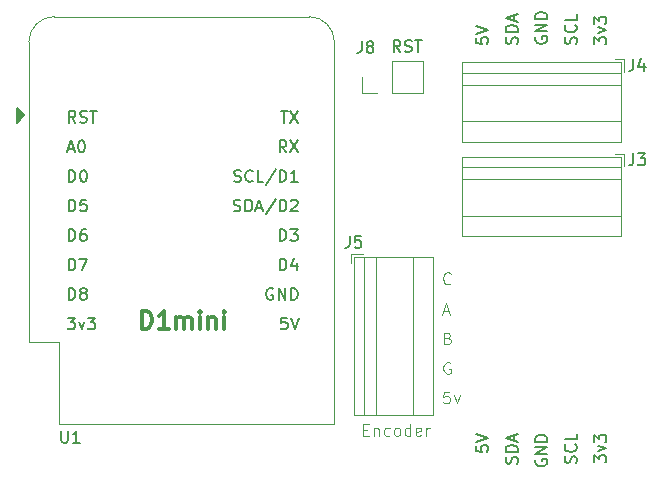
<source format=gbr>
%TF.GenerationSoftware,KiCad,Pcbnew,9.0.0*%
%TF.CreationDate,2025-04-22T12:49:47+02:00*%
%TF.ProjectId,stimawifi,7374696d-6177-4696-9669-2e6b69636164,rev?*%
%TF.SameCoordinates,Original*%
%TF.FileFunction,Legend,Top*%
%TF.FilePolarity,Positive*%
%FSLAX46Y46*%
G04 Gerber Fmt 4.6, Leading zero omitted, Abs format (unit mm)*
G04 Created by KiCad (PCBNEW 9.0.0) date 2025-04-22 12:49:47*
%MOMM*%
%LPD*%
G01*
G04 APERTURE LIST*
%ADD10C,0.200000*%
%ADD11C,0.100000*%
%ADD12C,0.300000*%
%ADD13C,0.125000*%
%ADD14C,0.150000*%
%ADD15C,0.120000*%
G04 APERTURE END LIST*
D10*
X172226816Y-71867219D02*
X172226816Y-70867219D01*
X172226816Y-70867219D02*
X172464911Y-70867219D01*
X172464911Y-70867219D02*
X172607768Y-70914838D01*
X172607768Y-70914838D02*
X172703006Y-71010076D01*
X172703006Y-71010076D02*
X172750625Y-71105314D01*
X172750625Y-71105314D02*
X172798244Y-71295790D01*
X172798244Y-71295790D02*
X172798244Y-71438647D01*
X172798244Y-71438647D02*
X172750625Y-71629123D01*
X172750625Y-71629123D02*
X172703006Y-71724361D01*
X172703006Y-71724361D02*
X172607768Y-71819600D01*
X172607768Y-71819600D02*
X172464911Y-71867219D01*
X172464911Y-71867219D02*
X172226816Y-71867219D01*
X173131578Y-70867219D02*
X173750625Y-70867219D01*
X173750625Y-70867219D02*
X173417292Y-71248171D01*
X173417292Y-71248171D02*
X173560149Y-71248171D01*
X173560149Y-71248171D02*
X173655387Y-71295790D01*
X173655387Y-71295790D02*
X173703006Y-71343409D01*
X173703006Y-71343409D02*
X173750625Y-71438647D01*
X173750625Y-71438647D02*
X173750625Y-71676742D01*
X173750625Y-71676742D02*
X173703006Y-71771980D01*
X173703006Y-71771980D02*
X173655387Y-71819600D01*
X173655387Y-71819600D02*
X173560149Y-71867219D01*
X173560149Y-71867219D02*
X173274435Y-71867219D01*
X173274435Y-71867219D02*
X173179197Y-71819600D01*
X173179197Y-71819600D02*
X173131578Y-71771980D01*
X193914838Y-90392231D02*
X193867219Y-90487469D01*
X193867219Y-90487469D02*
X193867219Y-90630326D01*
X193867219Y-90630326D02*
X193914838Y-90773183D01*
X193914838Y-90773183D02*
X194010076Y-90868421D01*
X194010076Y-90868421D02*
X194105314Y-90916040D01*
X194105314Y-90916040D02*
X194295790Y-90963659D01*
X194295790Y-90963659D02*
X194438647Y-90963659D01*
X194438647Y-90963659D02*
X194629123Y-90916040D01*
X194629123Y-90916040D02*
X194724361Y-90868421D01*
X194724361Y-90868421D02*
X194819600Y-90773183D01*
X194819600Y-90773183D02*
X194867219Y-90630326D01*
X194867219Y-90630326D02*
X194867219Y-90535088D01*
X194867219Y-90535088D02*
X194819600Y-90392231D01*
X194819600Y-90392231D02*
X194771980Y-90344612D01*
X194771980Y-90344612D02*
X194438647Y-90344612D01*
X194438647Y-90344612D02*
X194438647Y-90535088D01*
X194867219Y-89916040D02*
X193867219Y-89916040D01*
X193867219Y-89916040D02*
X194867219Y-89344612D01*
X194867219Y-89344612D02*
X193867219Y-89344612D01*
X194867219Y-88868421D02*
X193867219Y-88868421D01*
X193867219Y-88868421D02*
X193867219Y-88630326D01*
X193867219Y-88630326D02*
X193914838Y-88487469D01*
X193914838Y-88487469D02*
X194010076Y-88392231D01*
X194010076Y-88392231D02*
X194105314Y-88344612D01*
X194105314Y-88344612D02*
X194295790Y-88296993D01*
X194295790Y-88296993D02*
X194438647Y-88296993D01*
X194438647Y-88296993D02*
X194629123Y-88344612D01*
X194629123Y-88344612D02*
X194724361Y-88392231D01*
X194724361Y-88392231D02*
X194819600Y-88487469D01*
X194819600Y-88487469D02*
X194867219Y-88630326D01*
X194867219Y-88630326D02*
X194867219Y-88868421D01*
X193914838Y-54606517D02*
X193867219Y-54701755D01*
X193867219Y-54701755D02*
X193867219Y-54844612D01*
X193867219Y-54844612D02*
X193914838Y-54987469D01*
X193914838Y-54987469D02*
X194010076Y-55082707D01*
X194010076Y-55082707D02*
X194105314Y-55130326D01*
X194105314Y-55130326D02*
X194295790Y-55177945D01*
X194295790Y-55177945D02*
X194438647Y-55177945D01*
X194438647Y-55177945D02*
X194629123Y-55130326D01*
X194629123Y-55130326D02*
X194724361Y-55082707D01*
X194724361Y-55082707D02*
X194819600Y-54987469D01*
X194819600Y-54987469D02*
X194867219Y-54844612D01*
X194867219Y-54844612D02*
X194867219Y-54749374D01*
X194867219Y-54749374D02*
X194819600Y-54606517D01*
X194819600Y-54606517D02*
X194771980Y-54558898D01*
X194771980Y-54558898D02*
X194438647Y-54558898D01*
X194438647Y-54558898D02*
X194438647Y-54749374D01*
X194867219Y-54130326D02*
X193867219Y-54130326D01*
X193867219Y-54130326D02*
X194867219Y-53558898D01*
X194867219Y-53558898D02*
X193867219Y-53558898D01*
X194867219Y-53082707D02*
X193867219Y-53082707D01*
X193867219Y-53082707D02*
X193867219Y-52844612D01*
X193867219Y-52844612D02*
X193914838Y-52701755D01*
X193914838Y-52701755D02*
X194010076Y-52606517D01*
X194010076Y-52606517D02*
X194105314Y-52558898D01*
X194105314Y-52558898D02*
X194295790Y-52511279D01*
X194295790Y-52511279D02*
X194438647Y-52511279D01*
X194438647Y-52511279D02*
X194629123Y-52558898D01*
X194629123Y-52558898D02*
X194724361Y-52606517D01*
X194724361Y-52606517D02*
X194819600Y-52701755D01*
X194819600Y-52701755D02*
X194867219Y-52844612D01*
X194867219Y-52844612D02*
X194867219Y-53082707D01*
X154369673Y-69367219D02*
X154369673Y-68367219D01*
X154369673Y-68367219D02*
X154607768Y-68367219D01*
X154607768Y-68367219D02*
X154750625Y-68414838D01*
X154750625Y-68414838D02*
X154845863Y-68510076D01*
X154845863Y-68510076D02*
X154893482Y-68605314D01*
X154893482Y-68605314D02*
X154941101Y-68795790D01*
X154941101Y-68795790D02*
X154941101Y-68938647D01*
X154941101Y-68938647D02*
X154893482Y-69129123D01*
X154893482Y-69129123D02*
X154845863Y-69224361D01*
X154845863Y-69224361D02*
X154750625Y-69319600D01*
X154750625Y-69319600D02*
X154607768Y-69367219D01*
X154607768Y-69367219D02*
X154369673Y-69367219D01*
X155845863Y-68367219D02*
X155369673Y-68367219D01*
X155369673Y-68367219D02*
X155322054Y-68843409D01*
X155322054Y-68843409D02*
X155369673Y-68795790D01*
X155369673Y-68795790D02*
X155464911Y-68748171D01*
X155464911Y-68748171D02*
X155703006Y-68748171D01*
X155703006Y-68748171D02*
X155798244Y-68795790D01*
X155798244Y-68795790D02*
X155845863Y-68843409D01*
X155845863Y-68843409D02*
X155893482Y-68938647D01*
X155893482Y-68938647D02*
X155893482Y-69176742D01*
X155893482Y-69176742D02*
X155845863Y-69271980D01*
X155845863Y-69271980D02*
X155798244Y-69319600D01*
X155798244Y-69319600D02*
X155703006Y-69367219D01*
X155703006Y-69367219D02*
X155464911Y-69367219D01*
X155464911Y-69367219D02*
X155369673Y-69319600D01*
X155369673Y-69319600D02*
X155322054Y-69271980D01*
X154369673Y-66867219D02*
X154369673Y-65867219D01*
X154369673Y-65867219D02*
X154607768Y-65867219D01*
X154607768Y-65867219D02*
X154750625Y-65914838D01*
X154750625Y-65914838D02*
X154845863Y-66010076D01*
X154845863Y-66010076D02*
X154893482Y-66105314D01*
X154893482Y-66105314D02*
X154941101Y-66295790D01*
X154941101Y-66295790D02*
X154941101Y-66438647D01*
X154941101Y-66438647D02*
X154893482Y-66629123D01*
X154893482Y-66629123D02*
X154845863Y-66724361D01*
X154845863Y-66724361D02*
X154750625Y-66819600D01*
X154750625Y-66819600D02*
X154607768Y-66867219D01*
X154607768Y-66867219D02*
X154369673Y-66867219D01*
X155560149Y-65867219D02*
X155655387Y-65867219D01*
X155655387Y-65867219D02*
X155750625Y-65914838D01*
X155750625Y-65914838D02*
X155798244Y-65962457D01*
X155798244Y-65962457D02*
X155845863Y-66057695D01*
X155845863Y-66057695D02*
X155893482Y-66248171D01*
X155893482Y-66248171D02*
X155893482Y-66486266D01*
X155893482Y-66486266D02*
X155845863Y-66676742D01*
X155845863Y-66676742D02*
X155798244Y-66771980D01*
X155798244Y-66771980D02*
X155750625Y-66819600D01*
X155750625Y-66819600D02*
X155655387Y-66867219D01*
X155655387Y-66867219D02*
X155560149Y-66867219D01*
X155560149Y-66867219D02*
X155464911Y-66819600D01*
X155464911Y-66819600D02*
X155417292Y-66771980D01*
X155417292Y-66771980D02*
X155369673Y-66676742D01*
X155369673Y-66676742D02*
X155322054Y-66486266D01*
X155322054Y-66486266D02*
X155322054Y-66248171D01*
X155322054Y-66248171D02*
X155369673Y-66057695D01*
X155369673Y-66057695D02*
X155417292Y-65962457D01*
X155417292Y-65962457D02*
X155464911Y-65914838D01*
X155464911Y-65914838D02*
X155560149Y-65867219D01*
D11*
X186080218Y-77841680D02*
X186556408Y-77841680D01*
X185984980Y-78127395D02*
X186318313Y-77127395D01*
X186318313Y-77127395D02*
X186651646Y-78127395D01*
X179303884Y-87848609D02*
X179637217Y-87848609D01*
X179780074Y-88372419D02*
X179303884Y-88372419D01*
X179303884Y-88372419D02*
X179303884Y-87372419D01*
X179303884Y-87372419D02*
X179780074Y-87372419D01*
X180208646Y-87705752D02*
X180208646Y-88372419D01*
X180208646Y-87800990D02*
X180256265Y-87753371D01*
X180256265Y-87753371D02*
X180351503Y-87705752D01*
X180351503Y-87705752D02*
X180494360Y-87705752D01*
X180494360Y-87705752D02*
X180589598Y-87753371D01*
X180589598Y-87753371D02*
X180637217Y-87848609D01*
X180637217Y-87848609D02*
X180637217Y-88372419D01*
X181541979Y-88324800D02*
X181446741Y-88372419D01*
X181446741Y-88372419D02*
X181256265Y-88372419D01*
X181256265Y-88372419D02*
X181161027Y-88324800D01*
X181161027Y-88324800D02*
X181113408Y-88277180D01*
X181113408Y-88277180D02*
X181065789Y-88181942D01*
X181065789Y-88181942D02*
X181065789Y-87896228D01*
X181065789Y-87896228D02*
X181113408Y-87800990D01*
X181113408Y-87800990D02*
X181161027Y-87753371D01*
X181161027Y-87753371D02*
X181256265Y-87705752D01*
X181256265Y-87705752D02*
X181446741Y-87705752D01*
X181446741Y-87705752D02*
X181541979Y-87753371D01*
X182113408Y-88372419D02*
X182018170Y-88324800D01*
X182018170Y-88324800D02*
X181970551Y-88277180D01*
X181970551Y-88277180D02*
X181922932Y-88181942D01*
X181922932Y-88181942D02*
X181922932Y-87896228D01*
X181922932Y-87896228D02*
X181970551Y-87800990D01*
X181970551Y-87800990D02*
X182018170Y-87753371D01*
X182018170Y-87753371D02*
X182113408Y-87705752D01*
X182113408Y-87705752D02*
X182256265Y-87705752D01*
X182256265Y-87705752D02*
X182351503Y-87753371D01*
X182351503Y-87753371D02*
X182399122Y-87800990D01*
X182399122Y-87800990D02*
X182446741Y-87896228D01*
X182446741Y-87896228D02*
X182446741Y-88181942D01*
X182446741Y-88181942D02*
X182399122Y-88277180D01*
X182399122Y-88277180D02*
X182351503Y-88324800D01*
X182351503Y-88324800D02*
X182256265Y-88372419D01*
X182256265Y-88372419D02*
X182113408Y-88372419D01*
X183303884Y-88372419D02*
X183303884Y-87372419D01*
X183303884Y-88324800D02*
X183208646Y-88372419D01*
X183208646Y-88372419D02*
X183018170Y-88372419D01*
X183018170Y-88372419D02*
X182922932Y-88324800D01*
X182922932Y-88324800D02*
X182875313Y-88277180D01*
X182875313Y-88277180D02*
X182827694Y-88181942D01*
X182827694Y-88181942D02*
X182827694Y-87896228D01*
X182827694Y-87896228D02*
X182875313Y-87800990D01*
X182875313Y-87800990D02*
X182922932Y-87753371D01*
X182922932Y-87753371D02*
X183018170Y-87705752D01*
X183018170Y-87705752D02*
X183208646Y-87705752D01*
X183208646Y-87705752D02*
X183303884Y-87753371D01*
X184161027Y-88324800D02*
X184065789Y-88372419D01*
X184065789Y-88372419D02*
X183875313Y-88372419D01*
X183875313Y-88372419D02*
X183780075Y-88324800D01*
X183780075Y-88324800D02*
X183732456Y-88229561D01*
X183732456Y-88229561D02*
X183732456Y-87848609D01*
X183732456Y-87848609D02*
X183780075Y-87753371D01*
X183780075Y-87753371D02*
X183875313Y-87705752D01*
X183875313Y-87705752D02*
X184065789Y-87705752D01*
X184065789Y-87705752D02*
X184161027Y-87753371D01*
X184161027Y-87753371D02*
X184208646Y-87848609D01*
X184208646Y-87848609D02*
X184208646Y-87943847D01*
X184208646Y-87943847D02*
X183732456Y-88039085D01*
X184637218Y-88372419D02*
X184637218Y-87705752D01*
X184637218Y-87896228D02*
X184684837Y-87800990D01*
X184684837Y-87800990D02*
X184732456Y-87753371D01*
X184732456Y-87753371D02*
X184827694Y-87705752D01*
X184827694Y-87705752D02*
X184922932Y-87705752D01*
D10*
X198867219Y-90630326D02*
X198867219Y-90011279D01*
X198867219Y-90011279D02*
X199248171Y-90344612D01*
X199248171Y-90344612D02*
X199248171Y-90201755D01*
X199248171Y-90201755D02*
X199295790Y-90106517D01*
X199295790Y-90106517D02*
X199343409Y-90058898D01*
X199343409Y-90058898D02*
X199438647Y-90011279D01*
X199438647Y-90011279D02*
X199676742Y-90011279D01*
X199676742Y-90011279D02*
X199771980Y-90058898D01*
X199771980Y-90058898D02*
X199819600Y-90106517D01*
X199819600Y-90106517D02*
X199867219Y-90201755D01*
X199867219Y-90201755D02*
X199867219Y-90487469D01*
X199867219Y-90487469D02*
X199819600Y-90582707D01*
X199819600Y-90582707D02*
X199771980Y-90630326D01*
X199200552Y-89677945D02*
X199867219Y-89439850D01*
X199867219Y-89439850D02*
X199200552Y-89201755D01*
X198867219Y-88916040D02*
X198867219Y-88296993D01*
X198867219Y-88296993D02*
X199248171Y-88630326D01*
X199248171Y-88630326D02*
X199248171Y-88487469D01*
X199248171Y-88487469D02*
X199295790Y-88392231D01*
X199295790Y-88392231D02*
X199343409Y-88344612D01*
X199343409Y-88344612D02*
X199438647Y-88296993D01*
X199438647Y-88296993D02*
X199676742Y-88296993D01*
X199676742Y-88296993D02*
X199771980Y-88344612D01*
X199771980Y-88344612D02*
X199819600Y-88392231D01*
X199819600Y-88392231D02*
X199867219Y-88487469D01*
X199867219Y-88487469D02*
X199867219Y-88773183D01*
X199867219Y-88773183D02*
X199819600Y-88868421D01*
X199819600Y-88868421D02*
X199771980Y-88916040D01*
D12*
X160554510Y-79300828D02*
X160554510Y-77800828D01*
X160554510Y-77800828D02*
X160911653Y-77800828D01*
X160911653Y-77800828D02*
X161125939Y-77872257D01*
X161125939Y-77872257D02*
X161268796Y-78015114D01*
X161268796Y-78015114D02*
X161340225Y-78157971D01*
X161340225Y-78157971D02*
X161411653Y-78443685D01*
X161411653Y-78443685D02*
X161411653Y-78657971D01*
X161411653Y-78657971D02*
X161340225Y-78943685D01*
X161340225Y-78943685D02*
X161268796Y-79086542D01*
X161268796Y-79086542D02*
X161125939Y-79229400D01*
X161125939Y-79229400D02*
X160911653Y-79300828D01*
X160911653Y-79300828D02*
X160554510Y-79300828D01*
X162840225Y-79300828D02*
X161983082Y-79300828D01*
X162411653Y-79300828D02*
X162411653Y-77800828D01*
X162411653Y-77800828D02*
X162268796Y-78015114D01*
X162268796Y-78015114D02*
X162125939Y-78157971D01*
X162125939Y-78157971D02*
X161983082Y-78229400D01*
X163483081Y-79300828D02*
X163483081Y-78300828D01*
X163483081Y-78443685D02*
X163554510Y-78372257D01*
X163554510Y-78372257D02*
X163697367Y-78300828D01*
X163697367Y-78300828D02*
X163911653Y-78300828D01*
X163911653Y-78300828D02*
X164054510Y-78372257D01*
X164054510Y-78372257D02*
X164125939Y-78515114D01*
X164125939Y-78515114D02*
X164125939Y-79300828D01*
X164125939Y-78515114D02*
X164197367Y-78372257D01*
X164197367Y-78372257D02*
X164340224Y-78300828D01*
X164340224Y-78300828D02*
X164554510Y-78300828D01*
X164554510Y-78300828D02*
X164697367Y-78372257D01*
X164697367Y-78372257D02*
X164768796Y-78515114D01*
X164768796Y-78515114D02*
X164768796Y-79300828D01*
X165483081Y-79300828D02*
X165483081Y-78300828D01*
X165483081Y-77800828D02*
X165411653Y-77872257D01*
X165411653Y-77872257D02*
X165483081Y-77943685D01*
X165483081Y-77943685D02*
X165554510Y-77872257D01*
X165554510Y-77872257D02*
X165483081Y-77800828D01*
X165483081Y-77800828D02*
X165483081Y-77943685D01*
X166197367Y-78300828D02*
X166197367Y-79300828D01*
X166197367Y-78443685D02*
X166268796Y-78372257D01*
X166268796Y-78372257D02*
X166411653Y-78300828D01*
X166411653Y-78300828D02*
X166625939Y-78300828D01*
X166625939Y-78300828D02*
X166768796Y-78372257D01*
X166768796Y-78372257D02*
X166840225Y-78515114D01*
X166840225Y-78515114D02*
X166840225Y-79300828D01*
X167554510Y-79300828D02*
X167554510Y-78300828D01*
X167554510Y-77800828D02*
X167483082Y-77872257D01*
X167483082Y-77872257D02*
X167554510Y-77943685D01*
X167554510Y-77943685D02*
X167625939Y-77872257D01*
X167625939Y-77872257D02*
X167554510Y-77800828D01*
X167554510Y-77800828D02*
X167554510Y-77943685D01*
D10*
X192319600Y-90725564D02*
X192367219Y-90582707D01*
X192367219Y-90582707D02*
X192367219Y-90344612D01*
X192367219Y-90344612D02*
X192319600Y-90249374D01*
X192319600Y-90249374D02*
X192271980Y-90201755D01*
X192271980Y-90201755D02*
X192176742Y-90154136D01*
X192176742Y-90154136D02*
X192081504Y-90154136D01*
X192081504Y-90154136D02*
X191986266Y-90201755D01*
X191986266Y-90201755D02*
X191938647Y-90249374D01*
X191938647Y-90249374D02*
X191891028Y-90344612D01*
X191891028Y-90344612D02*
X191843409Y-90535088D01*
X191843409Y-90535088D02*
X191795790Y-90630326D01*
X191795790Y-90630326D02*
X191748171Y-90677945D01*
X191748171Y-90677945D02*
X191652933Y-90725564D01*
X191652933Y-90725564D02*
X191557695Y-90725564D01*
X191557695Y-90725564D02*
X191462457Y-90677945D01*
X191462457Y-90677945D02*
X191414838Y-90630326D01*
X191414838Y-90630326D02*
X191367219Y-90535088D01*
X191367219Y-90535088D02*
X191367219Y-90296993D01*
X191367219Y-90296993D02*
X191414838Y-90154136D01*
X192367219Y-89725564D02*
X191367219Y-89725564D01*
X191367219Y-89725564D02*
X191367219Y-89487469D01*
X191367219Y-89487469D02*
X191414838Y-89344612D01*
X191414838Y-89344612D02*
X191510076Y-89249374D01*
X191510076Y-89249374D02*
X191605314Y-89201755D01*
X191605314Y-89201755D02*
X191795790Y-89154136D01*
X191795790Y-89154136D02*
X191938647Y-89154136D01*
X191938647Y-89154136D02*
X192129123Y-89201755D01*
X192129123Y-89201755D02*
X192224361Y-89249374D01*
X192224361Y-89249374D02*
X192319600Y-89344612D01*
X192319600Y-89344612D02*
X192367219Y-89487469D01*
X192367219Y-89487469D02*
X192367219Y-89725564D01*
X192081504Y-88773183D02*
X192081504Y-88296993D01*
X192367219Y-88868421D02*
X191367219Y-88535088D01*
X191367219Y-88535088D02*
X192367219Y-88201755D01*
X154369673Y-76867219D02*
X154369673Y-75867219D01*
X154369673Y-75867219D02*
X154607768Y-75867219D01*
X154607768Y-75867219D02*
X154750625Y-75914838D01*
X154750625Y-75914838D02*
X154845863Y-76010076D01*
X154845863Y-76010076D02*
X154893482Y-76105314D01*
X154893482Y-76105314D02*
X154941101Y-76295790D01*
X154941101Y-76295790D02*
X154941101Y-76438647D01*
X154941101Y-76438647D02*
X154893482Y-76629123D01*
X154893482Y-76629123D02*
X154845863Y-76724361D01*
X154845863Y-76724361D02*
X154750625Y-76819600D01*
X154750625Y-76819600D02*
X154607768Y-76867219D01*
X154607768Y-76867219D02*
X154369673Y-76867219D01*
X155512530Y-76295790D02*
X155417292Y-76248171D01*
X155417292Y-76248171D02*
X155369673Y-76200552D01*
X155369673Y-76200552D02*
X155322054Y-76105314D01*
X155322054Y-76105314D02*
X155322054Y-76057695D01*
X155322054Y-76057695D02*
X155369673Y-75962457D01*
X155369673Y-75962457D02*
X155417292Y-75914838D01*
X155417292Y-75914838D02*
X155512530Y-75867219D01*
X155512530Y-75867219D02*
X155703006Y-75867219D01*
X155703006Y-75867219D02*
X155798244Y-75914838D01*
X155798244Y-75914838D02*
X155845863Y-75962457D01*
X155845863Y-75962457D02*
X155893482Y-76057695D01*
X155893482Y-76057695D02*
X155893482Y-76105314D01*
X155893482Y-76105314D02*
X155845863Y-76200552D01*
X155845863Y-76200552D02*
X155798244Y-76248171D01*
X155798244Y-76248171D02*
X155703006Y-76295790D01*
X155703006Y-76295790D02*
X155512530Y-76295790D01*
X155512530Y-76295790D02*
X155417292Y-76343409D01*
X155417292Y-76343409D02*
X155369673Y-76391028D01*
X155369673Y-76391028D02*
X155322054Y-76486266D01*
X155322054Y-76486266D02*
X155322054Y-76676742D01*
X155322054Y-76676742D02*
X155369673Y-76771980D01*
X155369673Y-76771980D02*
X155417292Y-76819600D01*
X155417292Y-76819600D02*
X155512530Y-76867219D01*
X155512530Y-76867219D02*
X155703006Y-76867219D01*
X155703006Y-76867219D02*
X155798244Y-76819600D01*
X155798244Y-76819600D02*
X155845863Y-76771980D01*
X155845863Y-76771980D02*
X155893482Y-76676742D01*
X155893482Y-76676742D02*
X155893482Y-76486266D01*
X155893482Y-76486266D02*
X155845863Y-76391028D01*
X155845863Y-76391028D02*
X155798244Y-76343409D01*
X155798244Y-76343409D02*
X155703006Y-76295790D01*
X172322054Y-60867219D02*
X172893482Y-60867219D01*
X172607768Y-61867219D02*
X172607768Y-60867219D01*
X173131578Y-60867219D02*
X173798244Y-61867219D01*
X173798244Y-60867219D02*
X173131578Y-61867219D01*
X154322054Y-64081504D02*
X154798244Y-64081504D01*
X154226816Y-64367219D02*
X154560149Y-63367219D01*
X154560149Y-63367219D02*
X154893482Y-64367219D01*
X155417292Y-63367219D02*
X155512530Y-63367219D01*
X155512530Y-63367219D02*
X155607768Y-63414838D01*
X155607768Y-63414838D02*
X155655387Y-63462457D01*
X155655387Y-63462457D02*
X155703006Y-63557695D01*
X155703006Y-63557695D02*
X155750625Y-63748171D01*
X155750625Y-63748171D02*
X155750625Y-63986266D01*
X155750625Y-63986266D02*
X155703006Y-64176742D01*
X155703006Y-64176742D02*
X155655387Y-64271980D01*
X155655387Y-64271980D02*
X155607768Y-64319600D01*
X155607768Y-64319600D02*
X155512530Y-64367219D01*
X155512530Y-64367219D02*
X155417292Y-64367219D01*
X155417292Y-64367219D02*
X155322054Y-64319600D01*
X155322054Y-64319600D02*
X155274435Y-64271980D01*
X155274435Y-64271980D02*
X155226816Y-64176742D01*
X155226816Y-64176742D02*
X155179197Y-63986266D01*
X155179197Y-63986266D02*
X155179197Y-63748171D01*
X155179197Y-63748171D02*
X155226816Y-63557695D01*
X155226816Y-63557695D02*
X155274435Y-63462457D01*
X155274435Y-63462457D02*
X155322054Y-63414838D01*
X155322054Y-63414838D02*
X155417292Y-63367219D01*
D11*
X186461170Y-80103585D02*
X186604027Y-80151204D01*
X186604027Y-80151204D02*
X186651646Y-80198823D01*
X186651646Y-80198823D02*
X186699265Y-80294061D01*
X186699265Y-80294061D02*
X186699265Y-80436918D01*
X186699265Y-80436918D02*
X186651646Y-80532156D01*
X186651646Y-80532156D02*
X186604027Y-80579776D01*
X186604027Y-80579776D02*
X186508789Y-80627395D01*
X186508789Y-80627395D02*
X186127837Y-80627395D01*
X186127837Y-80627395D02*
X186127837Y-79627395D01*
X186127837Y-79627395D02*
X186461170Y-79627395D01*
X186461170Y-79627395D02*
X186556408Y-79675014D01*
X186556408Y-79675014D02*
X186604027Y-79722633D01*
X186604027Y-79722633D02*
X186651646Y-79817871D01*
X186651646Y-79817871D02*
X186651646Y-79913109D01*
X186651646Y-79913109D02*
X186604027Y-80008347D01*
X186604027Y-80008347D02*
X186556408Y-80055966D01*
X186556408Y-80055966D02*
X186461170Y-80103585D01*
X186461170Y-80103585D02*
X186127837Y-80103585D01*
X186699265Y-75450649D02*
X186651646Y-75498269D01*
X186651646Y-75498269D02*
X186508789Y-75545888D01*
X186508789Y-75545888D02*
X186413551Y-75545888D01*
X186413551Y-75545888D02*
X186270694Y-75498269D01*
X186270694Y-75498269D02*
X186175456Y-75403030D01*
X186175456Y-75403030D02*
X186127837Y-75307792D01*
X186127837Y-75307792D02*
X186080218Y-75117316D01*
X186080218Y-75117316D02*
X186080218Y-74974459D01*
X186080218Y-74974459D02*
X186127837Y-74783983D01*
X186127837Y-74783983D02*
X186175456Y-74688745D01*
X186175456Y-74688745D02*
X186270694Y-74593507D01*
X186270694Y-74593507D02*
X186413551Y-74545888D01*
X186413551Y-74545888D02*
X186508789Y-74545888D01*
X186508789Y-74545888D02*
X186651646Y-74593507D01*
X186651646Y-74593507D02*
X186699265Y-74641126D01*
D10*
X172798244Y-64367219D02*
X172464911Y-63891028D01*
X172226816Y-64367219D02*
X172226816Y-63367219D01*
X172226816Y-63367219D02*
X172607768Y-63367219D01*
X172607768Y-63367219D02*
X172703006Y-63414838D01*
X172703006Y-63414838D02*
X172750625Y-63462457D01*
X172750625Y-63462457D02*
X172798244Y-63557695D01*
X172798244Y-63557695D02*
X172798244Y-63700552D01*
X172798244Y-63700552D02*
X172750625Y-63795790D01*
X172750625Y-63795790D02*
X172703006Y-63843409D01*
X172703006Y-63843409D02*
X172607768Y-63891028D01*
X172607768Y-63891028D02*
X172226816Y-63891028D01*
X173131578Y-63367219D02*
X173798244Y-64367219D01*
X173798244Y-63367219D02*
X173131578Y-64367219D01*
X172845863Y-78367219D02*
X172369673Y-78367219D01*
X172369673Y-78367219D02*
X172322054Y-78843409D01*
X172322054Y-78843409D02*
X172369673Y-78795790D01*
X172369673Y-78795790D02*
X172464911Y-78748171D01*
X172464911Y-78748171D02*
X172703006Y-78748171D01*
X172703006Y-78748171D02*
X172798244Y-78795790D01*
X172798244Y-78795790D02*
X172845863Y-78843409D01*
X172845863Y-78843409D02*
X172893482Y-78938647D01*
X172893482Y-78938647D02*
X172893482Y-79176742D01*
X172893482Y-79176742D02*
X172845863Y-79271980D01*
X172845863Y-79271980D02*
X172798244Y-79319600D01*
X172798244Y-79319600D02*
X172703006Y-79367219D01*
X172703006Y-79367219D02*
X172464911Y-79367219D01*
X172464911Y-79367219D02*
X172369673Y-79319600D01*
X172369673Y-79319600D02*
X172322054Y-79271980D01*
X173179197Y-78367219D02*
X173512530Y-79367219D01*
X173512530Y-79367219D02*
X173845863Y-78367219D01*
X168369673Y-66819600D02*
X168512530Y-66867219D01*
X168512530Y-66867219D02*
X168750625Y-66867219D01*
X168750625Y-66867219D02*
X168845863Y-66819600D01*
X168845863Y-66819600D02*
X168893482Y-66771980D01*
X168893482Y-66771980D02*
X168941101Y-66676742D01*
X168941101Y-66676742D02*
X168941101Y-66581504D01*
X168941101Y-66581504D02*
X168893482Y-66486266D01*
X168893482Y-66486266D02*
X168845863Y-66438647D01*
X168845863Y-66438647D02*
X168750625Y-66391028D01*
X168750625Y-66391028D02*
X168560149Y-66343409D01*
X168560149Y-66343409D02*
X168464911Y-66295790D01*
X168464911Y-66295790D02*
X168417292Y-66248171D01*
X168417292Y-66248171D02*
X168369673Y-66152933D01*
X168369673Y-66152933D02*
X168369673Y-66057695D01*
X168369673Y-66057695D02*
X168417292Y-65962457D01*
X168417292Y-65962457D02*
X168464911Y-65914838D01*
X168464911Y-65914838D02*
X168560149Y-65867219D01*
X168560149Y-65867219D02*
X168798244Y-65867219D01*
X168798244Y-65867219D02*
X168941101Y-65914838D01*
X169941101Y-66771980D02*
X169893482Y-66819600D01*
X169893482Y-66819600D02*
X169750625Y-66867219D01*
X169750625Y-66867219D02*
X169655387Y-66867219D01*
X169655387Y-66867219D02*
X169512530Y-66819600D01*
X169512530Y-66819600D02*
X169417292Y-66724361D01*
X169417292Y-66724361D02*
X169369673Y-66629123D01*
X169369673Y-66629123D02*
X169322054Y-66438647D01*
X169322054Y-66438647D02*
X169322054Y-66295790D01*
X169322054Y-66295790D02*
X169369673Y-66105314D01*
X169369673Y-66105314D02*
X169417292Y-66010076D01*
X169417292Y-66010076D02*
X169512530Y-65914838D01*
X169512530Y-65914838D02*
X169655387Y-65867219D01*
X169655387Y-65867219D02*
X169750625Y-65867219D01*
X169750625Y-65867219D02*
X169893482Y-65914838D01*
X169893482Y-65914838D02*
X169941101Y-65962457D01*
X170845863Y-66867219D02*
X170369673Y-66867219D01*
X170369673Y-66867219D02*
X170369673Y-65867219D01*
X171893482Y-65819600D02*
X171036340Y-67105314D01*
X172226816Y-66867219D02*
X172226816Y-65867219D01*
X172226816Y-65867219D02*
X172464911Y-65867219D01*
X172464911Y-65867219D02*
X172607768Y-65914838D01*
X172607768Y-65914838D02*
X172703006Y-66010076D01*
X172703006Y-66010076D02*
X172750625Y-66105314D01*
X172750625Y-66105314D02*
X172798244Y-66295790D01*
X172798244Y-66295790D02*
X172798244Y-66438647D01*
X172798244Y-66438647D02*
X172750625Y-66629123D01*
X172750625Y-66629123D02*
X172703006Y-66724361D01*
X172703006Y-66724361D02*
X172607768Y-66819600D01*
X172607768Y-66819600D02*
X172464911Y-66867219D01*
X172464911Y-66867219D02*
X172226816Y-66867219D01*
X173750625Y-66867219D02*
X173179197Y-66867219D01*
X173464911Y-66867219D02*
X173464911Y-65867219D01*
X173464911Y-65867219D02*
X173369673Y-66010076D01*
X173369673Y-66010076D02*
X173274435Y-66105314D01*
X173274435Y-66105314D02*
X173179197Y-66152933D01*
X154369673Y-71867219D02*
X154369673Y-70867219D01*
X154369673Y-70867219D02*
X154607768Y-70867219D01*
X154607768Y-70867219D02*
X154750625Y-70914838D01*
X154750625Y-70914838D02*
X154845863Y-71010076D01*
X154845863Y-71010076D02*
X154893482Y-71105314D01*
X154893482Y-71105314D02*
X154941101Y-71295790D01*
X154941101Y-71295790D02*
X154941101Y-71438647D01*
X154941101Y-71438647D02*
X154893482Y-71629123D01*
X154893482Y-71629123D02*
X154845863Y-71724361D01*
X154845863Y-71724361D02*
X154750625Y-71819600D01*
X154750625Y-71819600D02*
X154607768Y-71867219D01*
X154607768Y-71867219D02*
X154369673Y-71867219D01*
X155798244Y-70867219D02*
X155607768Y-70867219D01*
X155607768Y-70867219D02*
X155512530Y-70914838D01*
X155512530Y-70914838D02*
X155464911Y-70962457D01*
X155464911Y-70962457D02*
X155369673Y-71105314D01*
X155369673Y-71105314D02*
X155322054Y-71295790D01*
X155322054Y-71295790D02*
X155322054Y-71676742D01*
X155322054Y-71676742D02*
X155369673Y-71771980D01*
X155369673Y-71771980D02*
X155417292Y-71819600D01*
X155417292Y-71819600D02*
X155512530Y-71867219D01*
X155512530Y-71867219D02*
X155703006Y-71867219D01*
X155703006Y-71867219D02*
X155798244Y-71819600D01*
X155798244Y-71819600D02*
X155845863Y-71771980D01*
X155845863Y-71771980D02*
X155893482Y-71676742D01*
X155893482Y-71676742D02*
X155893482Y-71438647D01*
X155893482Y-71438647D02*
X155845863Y-71343409D01*
X155845863Y-71343409D02*
X155798244Y-71295790D01*
X155798244Y-71295790D02*
X155703006Y-71248171D01*
X155703006Y-71248171D02*
X155512530Y-71248171D01*
X155512530Y-71248171D02*
X155417292Y-71295790D01*
X155417292Y-71295790D02*
X155369673Y-71343409D01*
X155369673Y-71343409D02*
X155322054Y-71438647D01*
X182441101Y-55867219D02*
X182107768Y-55391028D01*
X181869673Y-55867219D02*
X181869673Y-54867219D01*
X181869673Y-54867219D02*
X182250625Y-54867219D01*
X182250625Y-54867219D02*
X182345863Y-54914838D01*
X182345863Y-54914838D02*
X182393482Y-54962457D01*
X182393482Y-54962457D02*
X182441101Y-55057695D01*
X182441101Y-55057695D02*
X182441101Y-55200552D01*
X182441101Y-55200552D02*
X182393482Y-55295790D01*
X182393482Y-55295790D02*
X182345863Y-55343409D01*
X182345863Y-55343409D02*
X182250625Y-55391028D01*
X182250625Y-55391028D02*
X181869673Y-55391028D01*
X182822054Y-55819600D02*
X182964911Y-55867219D01*
X182964911Y-55867219D02*
X183203006Y-55867219D01*
X183203006Y-55867219D02*
X183298244Y-55819600D01*
X183298244Y-55819600D02*
X183345863Y-55771980D01*
X183345863Y-55771980D02*
X183393482Y-55676742D01*
X183393482Y-55676742D02*
X183393482Y-55581504D01*
X183393482Y-55581504D02*
X183345863Y-55486266D01*
X183345863Y-55486266D02*
X183298244Y-55438647D01*
X183298244Y-55438647D02*
X183203006Y-55391028D01*
X183203006Y-55391028D02*
X183012530Y-55343409D01*
X183012530Y-55343409D02*
X182917292Y-55295790D01*
X182917292Y-55295790D02*
X182869673Y-55248171D01*
X182869673Y-55248171D02*
X182822054Y-55152933D01*
X182822054Y-55152933D02*
X182822054Y-55057695D01*
X182822054Y-55057695D02*
X182869673Y-54962457D01*
X182869673Y-54962457D02*
X182917292Y-54914838D01*
X182917292Y-54914838D02*
X183012530Y-54867219D01*
X183012530Y-54867219D02*
X183250625Y-54867219D01*
X183250625Y-54867219D02*
X183393482Y-54914838D01*
X183679197Y-54867219D02*
X184250625Y-54867219D01*
X183964911Y-55867219D02*
X183964911Y-54867219D01*
X171655387Y-75914838D02*
X171560149Y-75867219D01*
X171560149Y-75867219D02*
X171417292Y-75867219D01*
X171417292Y-75867219D02*
X171274435Y-75914838D01*
X171274435Y-75914838D02*
X171179197Y-76010076D01*
X171179197Y-76010076D02*
X171131578Y-76105314D01*
X171131578Y-76105314D02*
X171083959Y-76295790D01*
X171083959Y-76295790D02*
X171083959Y-76438647D01*
X171083959Y-76438647D02*
X171131578Y-76629123D01*
X171131578Y-76629123D02*
X171179197Y-76724361D01*
X171179197Y-76724361D02*
X171274435Y-76819600D01*
X171274435Y-76819600D02*
X171417292Y-76867219D01*
X171417292Y-76867219D02*
X171512530Y-76867219D01*
X171512530Y-76867219D02*
X171655387Y-76819600D01*
X171655387Y-76819600D02*
X171703006Y-76771980D01*
X171703006Y-76771980D02*
X171703006Y-76438647D01*
X171703006Y-76438647D02*
X171512530Y-76438647D01*
X172131578Y-76867219D02*
X172131578Y-75867219D01*
X172131578Y-75867219D02*
X172703006Y-76867219D01*
X172703006Y-76867219D02*
X172703006Y-75867219D01*
X173179197Y-76867219D02*
X173179197Y-75867219D01*
X173179197Y-75867219D02*
X173417292Y-75867219D01*
X173417292Y-75867219D02*
X173560149Y-75914838D01*
X173560149Y-75914838D02*
X173655387Y-76010076D01*
X173655387Y-76010076D02*
X173703006Y-76105314D01*
X173703006Y-76105314D02*
X173750625Y-76295790D01*
X173750625Y-76295790D02*
X173750625Y-76438647D01*
X173750625Y-76438647D02*
X173703006Y-76629123D01*
X173703006Y-76629123D02*
X173655387Y-76724361D01*
X173655387Y-76724361D02*
X173560149Y-76819600D01*
X173560149Y-76819600D02*
X173417292Y-76867219D01*
X173417292Y-76867219D02*
X173179197Y-76867219D01*
X154369673Y-74367219D02*
X154369673Y-73367219D01*
X154369673Y-73367219D02*
X154607768Y-73367219D01*
X154607768Y-73367219D02*
X154750625Y-73414838D01*
X154750625Y-73414838D02*
X154845863Y-73510076D01*
X154845863Y-73510076D02*
X154893482Y-73605314D01*
X154893482Y-73605314D02*
X154941101Y-73795790D01*
X154941101Y-73795790D02*
X154941101Y-73938647D01*
X154941101Y-73938647D02*
X154893482Y-74129123D01*
X154893482Y-74129123D02*
X154845863Y-74224361D01*
X154845863Y-74224361D02*
X154750625Y-74319600D01*
X154750625Y-74319600D02*
X154607768Y-74367219D01*
X154607768Y-74367219D02*
X154369673Y-74367219D01*
X155274435Y-73367219D02*
X155941101Y-73367219D01*
X155941101Y-73367219D02*
X155512530Y-74367219D01*
X154274435Y-78367219D02*
X154893482Y-78367219D01*
X154893482Y-78367219D02*
X154560149Y-78748171D01*
X154560149Y-78748171D02*
X154703006Y-78748171D01*
X154703006Y-78748171D02*
X154798244Y-78795790D01*
X154798244Y-78795790D02*
X154845863Y-78843409D01*
X154845863Y-78843409D02*
X154893482Y-78938647D01*
X154893482Y-78938647D02*
X154893482Y-79176742D01*
X154893482Y-79176742D02*
X154845863Y-79271980D01*
X154845863Y-79271980D02*
X154798244Y-79319600D01*
X154798244Y-79319600D02*
X154703006Y-79367219D01*
X154703006Y-79367219D02*
X154417292Y-79367219D01*
X154417292Y-79367219D02*
X154322054Y-79319600D01*
X154322054Y-79319600D02*
X154274435Y-79271980D01*
X155226816Y-78700552D02*
X155464911Y-79367219D01*
X155464911Y-79367219D02*
X155703006Y-78700552D01*
X155988721Y-78367219D02*
X156607768Y-78367219D01*
X156607768Y-78367219D02*
X156274435Y-78748171D01*
X156274435Y-78748171D02*
X156417292Y-78748171D01*
X156417292Y-78748171D02*
X156512530Y-78795790D01*
X156512530Y-78795790D02*
X156560149Y-78843409D01*
X156560149Y-78843409D02*
X156607768Y-78938647D01*
X156607768Y-78938647D02*
X156607768Y-79176742D01*
X156607768Y-79176742D02*
X156560149Y-79271980D01*
X156560149Y-79271980D02*
X156512530Y-79319600D01*
X156512530Y-79319600D02*
X156417292Y-79367219D01*
X156417292Y-79367219D02*
X156131578Y-79367219D01*
X156131578Y-79367219D02*
X156036340Y-79319600D01*
X156036340Y-79319600D02*
X155988721Y-79271980D01*
X154941101Y-61867219D02*
X154607768Y-61391028D01*
X154369673Y-61867219D02*
X154369673Y-60867219D01*
X154369673Y-60867219D02*
X154750625Y-60867219D01*
X154750625Y-60867219D02*
X154845863Y-60914838D01*
X154845863Y-60914838D02*
X154893482Y-60962457D01*
X154893482Y-60962457D02*
X154941101Y-61057695D01*
X154941101Y-61057695D02*
X154941101Y-61200552D01*
X154941101Y-61200552D02*
X154893482Y-61295790D01*
X154893482Y-61295790D02*
X154845863Y-61343409D01*
X154845863Y-61343409D02*
X154750625Y-61391028D01*
X154750625Y-61391028D02*
X154369673Y-61391028D01*
X155322054Y-61819600D02*
X155464911Y-61867219D01*
X155464911Y-61867219D02*
X155703006Y-61867219D01*
X155703006Y-61867219D02*
X155798244Y-61819600D01*
X155798244Y-61819600D02*
X155845863Y-61771980D01*
X155845863Y-61771980D02*
X155893482Y-61676742D01*
X155893482Y-61676742D02*
X155893482Y-61581504D01*
X155893482Y-61581504D02*
X155845863Y-61486266D01*
X155845863Y-61486266D02*
X155798244Y-61438647D01*
X155798244Y-61438647D02*
X155703006Y-61391028D01*
X155703006Y-61391028D02*
X155512530Y-61343409D01*
X155512530Y-61343409D02*
X155417292Y-61295790D01*
X155417292Y-61295790D02*
X155369673Y-61248171D01*
X155369673Y-61248171D02*
X155322054Y-61152933D01*
X155322054Y-61152933D02*
X155322054Y-61057695D01*
X155322054Y-61057695D02*
X155369673Y-60962457D01*
X155369673Y-60962457D02*
X155417292Y-60914838D01*
X155417292Y-60914838D02*
X155512530Y-60867219D01*
X155512530Y-60867219D02*
X155750625Y-60867219D01*
X155750625Y-60867219D02*
X155893482Y-60914838D01*
X156179197Y-60867219D02*
X156750625Y-60867219D01*
X156464911Y-61867219D02*
X156464911Y-60867219D01*
X172226816Y-74367219D02*
X172226816Y-73367219D01*
X172226816Y-73367219D02*
X172464911Y-73367219D01*
X172464911Y-73367219D02*
X172607768Y-73414838D01*
X172607768Y-73414838D02*
X172703006Y-73510076D01*
X172703006Y-73510076D02*
X172750625Y-73605314D01*
X172750625Y-73605314D02*
X172798244Y-73795790D01*
X172798244Y-73795790D02*
X172798244Y-73938647D01*
X172798244Y-73938647D02*
X172750625Y-74129123D01*
X172750625Y-74129123D02*
X172703006Y-74224361D01*
X172703006Y-74224361D02*
X172607768Y-74319600D01*
X172607768Y-74319600D02*
X172464911Y-74367219D01*
X172464911Y-74367219D02*
X172226816Y-74367219D01*
X173655387Y-73700552D02*
X173655387Y-74367219D01*
X173417292Y-73319600D02*
X173179197Y-74033885D01*
X173179197Y-74033885D02*
X173798244Y-74033885D01*
X168322054Y-69319600D02*
X168464911Y-69367219D01*
X168464911Y-69367219D02*
X168703006Y-69367219D01*
X168703006Y-69367219D02*
X168798244Y-69319600D01*
X168798244Y-69319600D02*
X168845863Y-69271980D01*
X168845863Y-69271980D02*
X168893482Y-69176742D01*
X168893482Y-69176742D02*
X168893482Y-69081504D01*
X168893482Y-69081504D02*
X168845863Y-68986266D01*
X168845863Y-68986266D02*
X168798244Y-68938647D01*
X168798244Y-68938647D02*
X168703006Y-68891028D01*
X168703006Y-68891028D02*
X168512530Y-68843409D01*
X168512530Y-68843409D02*
X168417292Y-68795790D01*
X168417292Y-68795790D02*
X168369673Y-68748171D01*
X168369673Y-68748171D02*
X168322054Y-68652933D01*
X168322054Y-68652933D02*
X168322054Y-68557695D01*
X168322054Y-68557695D02*
X168369673Y-68462457D01*
X168369673Y-68462457D02*
X168417292Y-68414838D01*
X168417292Y-68414838D02*
X168512530Y-68367219D01*
X168512530Y-68367219D02*
X168750625Y-68367219D01*
X168750625Y-68367219D02*
X168893482Y-68414838D01*
X169322054Y-69367219D02*
X169322054Y-68367219D01*
X169322054Y-68367219D02*
X169560149Y-68367219D01*
X169560149Y-68367219D02*
X169703006Y-68414838D01*
X169703006Y-68414838D02*
X169798244Y-68510076D01*
X169798244Y-68510076D02*
X169845863Y-68605314D01*
X169845863Y-68605314D02*
X169893482Y-68795790D01*
X169893482Y-68795790D02*
X169893482Y-68938647D01*
X169893482Y-68938647D02*
X169845863Y-69129123D01*
X169845863Y-69129123D02*
X169798244Y-69224361D01*
X169798244Y-69224361D02*
X169703006Y-69319600D01*
X169703006Y-69319600D02*
X169560149Y-69367219D01*
X169560149Y-69367219D02*
X169322054Y-69367219D01*
X170274435Y-69081504D02*
X170750625Y-69081504D01*
X170179197Y-69367219D02*
X170512530Y-68367219D01*
X170512530Y-68367219D02*
X170845863Y-69367219D01*
X171893482Y-68319600D02*
X171036340Y-69605314D01*
X172226816Y-69367219D02*
X172226816Y-68367219D01*
X172226816Y-68367219D02*
X172464911Y-68367219D01*
X172464911Y-68367219D02*
X172607768Y-68414838D01*
X172607768Y-68414838D02*
X172703006Y-68510076D01*
X172703006Y-68510076D02*
X172750625Y-68605314D01*
X172750625Y-68605314D02*
X172798244Y-68795790D01*
X172798244Y-68795790D02*
X172798244Y-68938647D01*
X172798244Y-68938647D02*
X172750625Y-69129123D01*
X172750625Y-69129123D02*
X172703006Y-69224361D01*
X172703006Y-69224361D02*
X172607768Y-69319600D01*
X172607768Y-69319600D02*
X172464911Y-69367219D01*
X172464911Y-69367219D02*
X172226816Y-69367219D01*
X173179197Y-68462457D02*
X173226816Y-68414838D01*
X173226816Y-68414838D02*
X173322054Y-68367219D01*
X173322054Y-68367219D02*
X173560149Y-68367219D01*
X173560149Y-68367219D02*
X173655387Y-68414838D01*
X173655387Y-68414838D02*
X173703006Y-68462457D01*
X173703006Y-68462457D02*
X173750625Y-68557695D01*
X173750625Y-68557695D02*
X173750625Y-68652933D01*
X173750625Y-68652933D02*
X173703006Y-68795790D01*
X173703006Y-68795790D02*
X173131578Y-69367219D01*
X173131578Y-69367219D02*
X173750625Y-69367219D01*
X197319600Y-90677945D02*
X197367219Y-90535088D01*
X197367219Y-90535088D02*
X197367219Y-90296993D01*
X197367219Y-90296993D02*
X197319600Y-90201755D01*
X197319600Y-90201755D02*
X197271980Y-90154136D01*
X197271980Y-90154136D02*
X197176742Y-90106517D01*
X197176742Y-90106517D02*
X197081504Y-90106517D01*
X197081504Y-90106517D02*
X196986266Y-90154136D01*
X196986266Y-90154136D02*
X196938647Y-90201755D01*
X196938647Y-90201755D02*
X196891028Y-90296993D01*
X196891028Y-90296993D02*
X196843409Y-90487469D01*
X196843409Y-90487469D02*
X196795790Y-90582707D01*
X196795790Y-90582707D02*
X196748171Y-90630326D01*
X196748171Y-90630326D02*
X196652933Y-90677945D01*
X196652933Y-90677945D02*
X196557695Y-90677945D01*
X196557695Y-90677945D02*
X196462457Y-90630326D01*
X196462457Y-90630326D02*
X196414838Y-90582707D01*
X196414838Y-90582707D02*
X196367219Y-90487469D01*
X196367219Y-90487469D02*
X196367219Y-90249374D01*
X196367219Y-90249374D02*
X196414838Y-90106517D01*
X197271980Y-89106517D02*
X197319600Y-89154136D01*
X197319600Y-89154136D02*
X197367219Y-89296993D01*
X197367219Y-89296993D02*
X197367219Y-89392231D01*
X197367219Y-89392231D02*
X197319600Y-89535088D01*
X197319600Y-89535088D02*
X197224361Y-89630326D01*
X197224361Y-89630326D02*
X197129123Y-89677945D01*
X197129123Y-89677945D02*
X196938647Y-89725564D01*
X196938647Y-89725564D02*
X196795790Y-89725564D01*
X196795790Y-89725564D02*
X196605314Y-89677945D01*
X196605314Y-89677945D02*
X196510076Y-89630326D01*
X196510076Y-89630326D02*
X196414838Y-89535088D01*
X196414838Y-89535088D02*
X196367219Y-89392231D01*
X196367219Y-89392231D02*
X196367219Y-89296993D01*
X196367219Y-89296993D02*
X196414838Y-89154136D01*
X196414838Y-89154136D02*
X196462457Y-89106517D01*
X197367219Y-88201755D02*
X197367219Y-88677945D01*
X197367219Y-88677945D02*
X196367219Y-88677945D01*
D11*
X186604027Y-84627395D02*
X186127837Y-84627395D01*
X186127837Y-84627395D02*
X186080218Y-85103585D01*
X186080218Y-85103585D02*
X186127837Y-85055966D01*
X186127837Y-85055966D02*
X186223075Y-85008347D01*
X186223075Y-85008347D02*
X186461170Y-85008347D01*
X186461170Y-85008347D02*
X186556408Y-85055966D01*
X186556408Y-85055966D02*
X186604027Y-85103585D01*
X186604027Y-85103585D02*
X186651646Y-85198823D01*
X186651646Y-85198823D02*
X186651646Y-85436918D01*
X186651646Y-85436918D02*
X186604027Y-85532156D01*
X186604027Y-85532156D02*
X186556408Y-85579776D01*
X186556408Y-85579776D02*
X186461170Y-85627395D01*
X186461170Y-85627395D02*
X186223075Y-85627395D01*
X186223075Y-85627395D02*
X186127837Y-85579776D01*
X186127837Y-85579776D02*
X186080218Y-85532156D01*
X186984980Y-84960728D02*
X187223075Y-85627395D01*
X187223075Y-85627395D02*
X187461170Y-84960728D01*
D10*
X188867219Y-54654136D02*
X188867219Y-55130326D01*
X188867219Y-55130326D02*
X189343409Y-55177945D01*
X189343409Y-55177945D02*
X189295790Y-55130326D01*
X189295790Y-55130326D02*
X189248171Y-55035088D01*
X189248171Y-55035088D02*
X189248171Y-54796993D01*
X189248171Y-54796993D02*
X189295790Y-54701755D01*
X189295790Y-54701755D02*
X189343409Y-54654136D01*
X189343409Y-54654136D02*
X189438647Y-54606517D01*
X189438647Y-54606517D02*
X189676742Y-54606517D01*
X189676742Y-54606517D02*
X189771980Y-54654136D01*
X189771980Y-54654136D02*
X189819600Y-54701755D01*
X189819600Y-54701755D02*
X189867219Y-54796993D01*
X189867219Y-54796993D02*
X189867219Y-55035088D01*
X189867219Y-55035088D02*
X189819600Y-55130326D01*
X189819600Y-55130326D02*
X189771980Y-55177945D01*
X188867219Y-54320802D02*
X189867219Y-53987469D01*
X189867219Y-53987469D02*
X188867219Y-53654136D01*
X192319600Y-55177945D02*
X192367219Y-55035088D01*
X192367219Y-55035088D02*
X192367219Y-54796993D01*
X192367219Y-54796993D02*
X192319600Y-54701755D01*
X192319600Y-54701755D02*
X192271980Y-54654136D01*
X192271980Y-54654136D02*
X192176742Y-54606517D01*
X192176742Y-54606517D02*
X192081504Y-54606517D01*
X192081504Y-54606517D02*
X191986266Y-54654136D01*
X191986266Y-54654136D02*
X191938647Y-54701755D01*
X191938647Y-54701755D02*
X191891028Y-54796993D01*
X191891028Y-54796993D02*
X191843409Y-54987469D01*
X191843409Y-54987469D02*
X191795790Y-55082707D01*
X191795790Y-55082707D02*
X191748171Y-55130326D01*
X191748171Y-55130326D02*
X191652933Y-55177945D01*
X191652933Y-55177945D02*
X191557695Y-55177945D01*
X191557695Y-55177945D02*
X191462457Y-55130326D01*
X191462457Y-55130326D02*
X191414838Y-55082707D01*
X191414838Y-55082707D02*
X191367219Y-54987469D01*
X191367219Y-54987469D02*
X191367219Y-54749374D01*
X191367219Y-54749374D02*
X191414838Y-54606517D01*
X192367219Y-54177945D02*
X191367219Y-54177945D01*
X191367219Y-54177945D02*
X191367219Y-53939850D01*
X191367219Y-53939850D02*
X191414838Y-53796993D01*
X191414838Y-53796993D02*
X191510076Y-53701755D01*
X191510076Y-53701755D02*
X191605314Y-53654136D01*
X191605314Y-53654136D02*
X191795790Y-53606517D01*
X191795790Y-53606517D02*
X191938647Y-53606517D01*
X191938647Y-53606517D02*
X192129123Y-53654136D01*
X192129123Y-53654136D02*
X192224361Y-53701755D01*
X192224361Y-53701755D02*
X192319600Y-53796993D01*
X192319600Y-53796993D02*
X192367219Y-53939850D01*
X192367219Y-53939850D02*
X192367219Y-54177945D01*
X192081504Y-53225564D02*
X192081504Y-52749374D01*
X192367219Y-53320802D02*
X191367219Y-52987469D01*
X191367219Y-52987469D02*
X192367219Y-52654136D01*
X197319600Y-55177945D02*
X197367219Y-55035088D01*
X197367219Y-55035088D02*
X197367219Y-54796993D01*
X197367219Y-54796993D02*
X197319600Y-54701755D01*
X197319600Y-54701755D02*
X197271980Y-54654136D01*
X197271980Y-54654136D02*
X197176742Y-54606517D01*
X197176742Y-54606517D02*
X197081504Y-54606517D01*
X197081504Y-54606517D02*
X196986266Y-54654136D01*
X196986266Y-54654136D02*
X196938647Y-54701755D01*
X196938647Y-54701755D02*
X196891028Y-54796993D01*
X196891028Y-54796993D02*
X196843409Y-54987469D01*
X196843409Y-54987469D02*
X196795790Y-55082707D01*
X196795790Y-55082707D02*
X196748171Y-55130326D01*
X196748171Y-55130326D02*
X196652933Y-55177945D01*
X196652933Y-55177945D02*
X196557695Y-55177945D01*
X196557695Y-55177945D02*
X196462457Y-55130326D01*
X196462457Y-55130326D02*
X196414838Y-55082707D01*
X196414838Y-55082707D02*
X196367219Y-54987469D01*
X196367219Y-54987469D02*
X196367219Y-54749374D01*
X196367219Y-54749374D02*
X196414838Y-54606517D01*
X197271980Y-53606517D02*
X197319600Y-53654136D01*
X197319600Y-53654136D02*
X197367219Y-53796993D01*
X197367219Y-53796993D02*
X197367219Y-53892231D01*
X197367219Y-53892231D02*
X197319600Y-54035088D01*
X197319600Y-54035088D02*
X197224361Y-54130326D01*
X197224361Y-54130326D02*
X197129123Y-54177945D01*
X197129123Y-54177945D02*
X196938647Y-54225564D01*
X196938647Y-54225564D02*
X196795790Y-54225564D01*
X196795790Y-54225564D02*
X196605314Y-54177945D01*
X196605314Y-54177945D02*
X196510076Y-54130326D01*
X196510076Y-54130326D02*
X196414838Y-54035088D01*
X196414838Y-54035088D02*
X196367219Y-53892231D01*
X196367219Y-53892231D02*
X196367219Y-53796993D01*
X196367219Y-53796993D02*
X196414838Y-53654136D01*
X196414838Y-53654136D02*
X196462457Y-53606517D01*
X197367219Y-52701755D02*
X197367219Y-53177945D01*
X197367219Y-53177945D02*
X196367219Y-53177945D01*
X198867219Y-55225564D02*
X198867219Y-54606517D01*
X198867219Y-54606517D02*
X199248171Y-54939850D01*
X199248171Y-54939850D02*
X199248171Y-54796993D01*
X199248171Y-54796993D02*
X199295790Y-54701755D01*
X199295790Y-54701755D02*
X199343409Y-54654136D01*
X199343409Y-54654136D02*
X199438647Y-54606517D01*
X199438647Y-54606517D02*
X199676742Y-54606517D01*
X199676742Y-54606517D02*
X199771980Y-54654136D01*
X199771980Y-54654136D02*
X199819600Y-54701755D01*
X199819600Y-54701755D02*
X199867219Y-54796993D01*
X199867219Y-54796993D02*
X199867219Y-55082707D01*
X199867219Y-55082707D02*
X199819600Y-55177945D01*
X199819600Y-55177945D02*
X199771980Y-55225564D01*
X199200552Y-54273183D02*
X199867219Y-54035088D01*
X199867219Y-54035088D02*
X199200552Y-53796993D01*
X198867219Y-53511278D02*
X198867219Y-52892231D01*
X198867219Y-52892231D02*
X199248171Y-53225564D01*
X199248171Y-53225564D02*
X199248171Y-53082707D01*
X199248171Y-53082707D02*
X199295790Y-52987469D01*
X199295790Y-52987469D02*
X199343409Y-52939850D01*
X199343409Y-52939850D02*
X199438647Y-52892231D01*
X199438647Y-52892231D02*
X199676742Y-52892231D01*
X199676742Y-52892231D02*
X199771980Y-52939850D01*
X199771980Y-52939850D02*
X199819600Y-52987469D01*
X199819600Y-52987469D02*
X199867219Y-53082707D01*
X199867219Y-53082707D02*
X199867219Y-53368421D01*
X199867219Y-53368421D02*
X199819600Y-53463659D01*
X199819600Y-53463659D02*
X199771980Y-53511278D01*
X188867219Y-89201755D02*
X188867219Y-89677945D01*
X188867219Y-89677945D02*
X189343409Y-89725564D01*
X189343409Y-89725564D02*
X189295790Y-89677945D01*
X189295790Y-89677945D02*
X189248171Y-89582707D01*
X189248171Y-89582707D02*
X189248171Y-89344612D01*
X189248171Y-89344612D02*
X189295790Y-89249374D01*
X189295790Y-89249374D02*
X189343409Y-89201755D01*
X189343409Y-89201755D02*
X189438647Y-89154136D01*
X189438647Y-89154136D02*
X189676742Y-89154136D01*
X189676742Y-89154136D02*
X189771980Y-89201755D01*
X189771980Y-89201755D02*
X189819600Y-89249374D01*
X189819600Y-89249374D02*
X189867219Y-89344612D01*
X189867219Y-89344612D02*
X189867219Y-89582707D01*
X189867219Y-89582707D02*
X189819600Y-89677945D01*
X189819600Y-89677945D02*
X189771980Y-89725564D01*
X188867219Y-88868421D02*
X189867219Y-88535088D01*
X189867219Y-88535088D02*
X188867219Y-88201755D01*
D13*
X186668093Y-82173714D02*
X186572855Y-82126095D01*
X186572855Y-82126095D02*
X186429998Y-82126095D01*
X186429998Y-82126095D02*
X186287141Y-82173714D01*
X186287141Y-82173714D02*
X186191903Y-82268952D01*
X186191903Y-82268952D02*
X186144284Y-82364190D01*
X186144284Y-82364190D02*
X186096665Y-82554666D01*
X186096665Y-82554666D02*
X186096665Y-82697523D01*
X186096665Y-82697523D02*
X186144284Y-82887999D01*
X186144284Y-82887999D02*
X186191903Y-82983237D01*
X186191903Y-82983237D02*
X186287141Y-83078476D01*
X186287141Y-83078476D02*
X186429998Y-83126095D01*
X186429998Y-83126095D02*
X186525236Y-83126095D01*
X186525236Y-83126095D02*
X186668093Y-83078476D01*
X186668093Y-83078476D02*
X186715712Y-83030856D01*
X186715712Y-83030856D02*
X186715712Y-82697523D01*
X186715712Y-82697523D02*
X186525236Y-82697523D01*
D14*
X178146666Y-71454819D02*
X178146666Y-72169104D01*
X178146666Y-72169104D02*
X178099047Y-72311961D01*
X178099047Y-72311961D02*
X178003809Y-72407200D01*
X178003809Y-72407200D02*
X177860952Y-72454819D01*
X177860952Y-72454819D02*
X177765714Y-72454819D01*
X179099047Y-71454819D02*
X178622857Y-71454819D01*
X178622857Y-71454819D02*
X178575238Y-71931009D01*
X178575238Y-71931009D02*
X178622857Y-71883390D01*
X178622857Y-71883390D02*
X178718095Y-71835771D01*
X178718095Y-71835771D02*
X178956190Y-71835771D01*
X178956190Y-71835771D02*
X179051428Y-71883390D01*
X179051428Y-71883390D02*
X179099047Y-71931009D01*
X179099047Y-71931009D02*
X179146666Y-72026247D01*
X179146666Y-72026247D02*
X179146666Y-72264342D01*
X179146666Y-72264342D02*
X179099047Y-72359580D01*
X179099047Y-72359580D02*
X179051428Y-72407200D01*
X179051428Y-72407200D02*
X178956190Y-72454819D01*
X178956190Y-72454819D02*
X178718095Y-72454819D01*
X178718095Y-72454819D02*
X178622857Y-72407200D01*
X178622857Y-72407200D02*
X178575238Y-72359580D01*
X153738095Y-87954819D02*
X153738095Y-88764342D01*
X153738095Y-88764342D02*
X153785714Y-88859580D01*
X153785714Y-88859580D02*
X153833333Y-88907200D01*
X153833333Y-88907200D02*
X153928571Y-88954819D01*
X153928571Y-88954819D02*
X154119047Y-88954819D01*
X154119047Y-88954819D02*
X154214285Y-88907200D01*
X154214285Y-88907200D02*
X154261904Y-88859580D01*
X154261904Y-88859580D02*
X154309523Y-88764342D01*
X154309523Y-88764342D02*
X154309523Y-87954819D01*
X155309523Y-88954819D02*
X154738095Y-88954819D01*
X155023809Y-88954819D02*
X155023809Y-87954819D01*
X155023809Y-87954819D02*
X154928571Y-88097676D01*
X154928571Y-88097676D02*
X154833333Y-88192914D01*
X154833333Y-88192914D02*
X154738095Y-88240533D01*
X202166666Y-56454819D02*
X202166666Y-57169104D01*
X202166666Y-57169104D02*
X202119047Y-57311961D01*
X202119047Y-57311961D02*
X202023809Y-57407200D01*
X202023809Y-57407200D02*
X201880952Y-57454819D01*
X201880952Y-57454819D02*
X201785714Y-57454819D01*
X203071428Y-56788152D02*
X203071428Y-57454819D01*
X202833333Y-56407200D02*
X202595238Y-57121485D01*
X202595238Y-57121485D02*
X203214285Y-57121485D01*
X179166666Y-54954819D02*
X179166666Y-55669104D01*
X179166666Y-55669104D02*
X179119047Y-55811961D01*
X179119047Y-55811961D02*
X179023809Y-55907200D01*
X179023809Y-55907200D02*
X178880952Y-55954819D01*
X178880952Y-55954819D02*
X178785714Y-55954819D01*
X179785714Y-55383390D02*
X179690476Y-55335771D01*
X179690476Y-55335771D02*
X179642857Y-55288152D01*
X179642857Y-55288152D02*
X179595238Y-55192914D01*
X179595238Y-55192914D02*
X179595238Y-55145295D01*
X179595238Y-55145295D02*
X179642857Y-55050057D01*
X179642857Y-55050057D02*
X179690476Y-55002438D01*
X179690476Y-55002438D02*
X179785714Y-54954819D01*
X179785714Y-54954819D02*
X179976190Y-54954819D01*
X179976190Y-54954819D02*
X180071428Y-55002438D01*
X180071428Y-55002438D02*
X180119047Y-55050057D01*
X180119047Y-55050057D02*
X180166666Y-55145295D01*
X180166666Y-55145295D02*
X180166666Y-55192914D01*
X180166666Y-55192914D02*
X180119047Y-55288152D01*
X180119047Y-55288152D02*
X180071428Y-55335771D01*
X180071428Y-55335771D02*
X179976190Y-55383390D01*
X179976190Y-55383390D02*
X179785714Y-55383390D01*
X179785714Y-55383390D02*
X179690476Y-55431009D01*
X179690476Y-55431009D02*
X179642857Y-55478628D01*
X179642857Y-55478628D02*
X179595238Y-55573866D01*
X179595238Y-55573866D02*
X179595238Y-55764342D01*
X179595238Y-55764342D02*
X179642857Y-55859580D01*
X179642857Y-55859580D02*
X179690476Y-55907200D01*
X179690476Y-55907200D02*
X179785714Y-55954819D01*
X179785714Y-55954819D02*
X179976190Y-55954819D01*
X179976190Y-55954819D02*
X180071428Y-55907200D01*
X180071428Y-55907200D02*
X180119047Y-55859580D01*
X180119047Y-55859580D02*
X180166666Y-55764342D01*
X180166666Y-55764342D02*
X180166666Y-55573866D01*
X180166666Y-55573866D02*
X180119047Y-55478628D01*
X180119047Y-55478628D02*
X180071428Y-55431009D01*
X180071428Y-55431009D02*
X179976190Y-55383390D01*
X202166666Y-64454819D02*
X202166666Y-65169104D01*
X202166666Y-65169104D02*
X202119047Y-65311961D01*
X202119047Y-65311961D02*
X202023809Y-65407200D01*
X202023809Y-65407200D02*
X201880952Y-65454819D01*
X201880952Y-65454819D02*
X201785714Y-65454819D01*
X202547619Y-64454819D02*
X203166666Y-64454819D01*
X203166666Y-64454819D02*
X202833333Y-64835771D01*
X202833333Y-64835771D02*
X202976190Y-64835771D01*
X202976190Y-64835771D02*
X203071428Y-64883390D01*
X203071428Y-64883390D02*
X203119047Y-64931009D01*
X203119047Y-64931009D02*
X203166666Y-65026247D01*
X203166666Y-65026247D02*
X203166666Y-65264342D01*
X203166666Y-65264342D02*
X203119047Y-65359580D01*
X203119047Y-65359580D02*
X203071428Y-65407200D01*
X203071428Y-65407200D02*
X202976190Y-65454819D01*
X202976190Y-65454819D02*
X202690476Y-65454819D01*
X202690476Y-65454819D02*
X202595238Y-65407200D01*
X202595238Y-65407200D02*
X202547619Y-65359580D01*
D15*
%TO.C,J5*%
X178240000Y-72960000D02*
X178240000Y-73760000D01*
X178480000Y-73200000D02*
X178480000Y-86640000D01*
X179280000Y-72960000D02*
X178240000Y-72960000D01*
X179400000Y-73200000D02*
X179400000Y-86640000D01*
X180400000Y-73200000D02*
X180400000Y-86640000D01*
X183501000Y-73200000D02*
X183501000Y-86640000D01*
X185220000Y-73200000D02*
X178480000Y-73200000D01*
X185220000Y-73200000D02*
X185220000Y-86640000D01*
X185220000Y-86640000D02*
X178480000Y-86640000D01*
%TO.C,U1*%
X151000000Y-80440000D02*
X151000000Y-55010000D01*
X151000000Y-80440000D02*
X153540000Y-80440000D01*
X153540000Y-80440000D02*
X153540000Y-87340000D01*
X153540000Y-87340000D02*
X176860000Y-87340000D01*
X174740000Y-52880000D02*
X153130000Y-52880000D01*
X176860000Y-87340000D02*
X176860000Y-55010000D01*
X151000000Y-55010000D02*
G75*
G02*
X153130000Y-52880000I2130002J-2D01*
G01*
X174730000Y-52880000D02*
G75*
G02*
X176860000Y-55010000I0J-2130000D01*
G01*
D14*
X150595000Y-61220000D02*
X149960000Y-61855000D01*
X149960000Y-60585000D01*
X150595000Y-61220000D01*
G36*
X150595000Y-61220000D02*
G01*
X149960000Y-61855000D01*
X149960000Y-60585000D01*
X150595000Y-61220000D01*
G37*
D15*
%TO.C,J4*%
X187700000Y-63470000D02*
X187700000Y-56730000D01*
X201140000Y-56730000D02*
X187700000Y-56730000D01*
X201140000Y-57650000D02*
X187700000Y-57650000D01*
X201140000Y-58650000D02*
X187700000Y-58650000D01*
X201140000Y-61751000D02*
X187700000Y-61751000D01*
X201140000Y-63470000D02*
X187700000Y-63470000D01*
X201140000Y-63470000D02*
X201140000Y-56730000D01*
X201380000Y-56490000D02*
X200580000Y-56490000D01*
X201380000Y-57530000D02*
X201380000Y-56490000D01*
%TO.C,J8*%
X179170000Y-59330000D02*
X179170000Y-58000000D01*
X180500000Y-59330000D02*
X179170000Y-59330000D01*
X181770000Y-56670000D02*
X184370000Y-56670000D01*
X181770000Y-59330000D02*
X181770000Y-56670000D01*
X181770000Y-59330000D02*
X184370000Y-59330000D01*
X184370000Y-59330000D02*
X184370000Y-56670000D01*
%TO.C,J3*%
X187700000Y-71470000D02*
X187700000Y-64730000D01*
X201140000Y-64730000D02*
X187700000Y-64730000D01*
X201140000Y-65650000D02*
X187700000Y-65650000D01*
X201140000Y-66650000D02*
X187700000Y-66650000D01*
X201140000Y-69751000D02*
X187700000Y-69751000D01*
X201140000Y-71470000D02*
X187700000Y-71470000D01*
X201140000Y-71470000D02*
X201140000Y-64730000D01*
X201380000Y-64490000D02*
X200580000Y-64490000D01*
X201380000Y-65530000D02*
X201380000Y-64490000D01*
%TD*%
M02*

</source>
